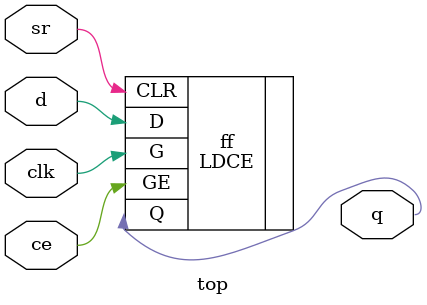
<source format=v>

module top(input clk, ce, sr, d, output q);
	(* LOC="SLICE_X16Y100", BEL="AFF", DONT_TOUCH *)
	LDCE ff (
		.G(clk),
		.GE(ce),
		.CLR(sr),
		.D(d),
		.Q(q)
	);
endmodule


</source>
